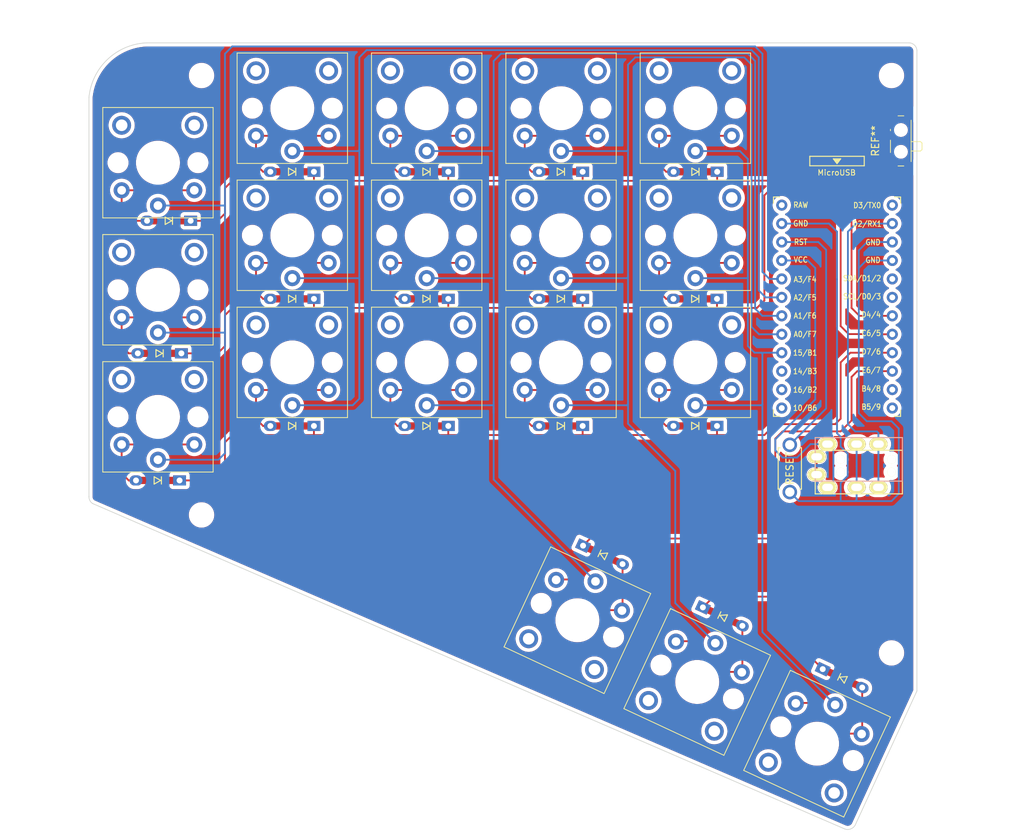
<source format=kicad_pcb>
(kicad_pcb (version 20211014) (generator pcbnew)
  (title_block (title "lukaz - 36 key, split, wireless keyboard - KWS36") (date "2022-04-03") (rev "1.0.0"))
  (layers (0 "F.Cu" signal) (31 "B.Cu" signal) (34 "B.Paste" user) (35 "F.Paste" user) (36 "B.SilkS" user "B.Silkscreen") (37 "F.SilkS" user "F.Silkscreen") (38 "B.Mask" user) (39 "F.Mask" user) (44 "Edge.Cuts" user))
  (net 0 "")
  (net 1 "VCC")
  (net 2 "unconnected-(J1-PadA)")
  (net 3 "data")
  (net 4 "GND")
  (net 5 "col0")
  (net 6 "row0")
  (net 7 "row1")
  (net 8 "row2")
  (net 9 "col1")
  (net 10 "col2")
  (net 11 "row3")
  (net 12 "col3")
  (net 13 "col4")
  (net 14 "reset")
  (net 24 "Net-(D1-Pad2)")
  (net 25 "Net-(D2-Pad2)")
  (net 26 "Net-(D3-Pad2)")
  (net 27 "Net-(D4-Pad2)")
  (net 28 "Net-(D5-Pad2)")
  (net 29 "Net-(D6-Pad2)")
  (net 30 "Net-(D7-Pad2)")
  (net 31 "Net-(D8-Pad2)")
  (net 32 "Net-(D9-Pad2)")
  (net 33 "Net-(D10-Pad2)")
  (net 34 "Net-(D11-Pad2)")
  (net 35 "Net-(D12-Pad2)")
  (net 36 "Net-(D13-Pad2)")
  (net 37 "Net-(D14-Pad2)")
  (net 38 "Net-(D15-Pad2)")
  (net 39 "Net-(D16-Pad2)")
  (net 40 "Net-(D17-Pad2)")
  (net 41 "Net-(D18-Pad2)")
  (footprint "Switch_Keyboard_Kailh:SW_Kailh_Choc_V1V2_1.00u_flippable" (layer "F.Cu") (at 187.75 131.5 -25)
    (fp_text reference "SW18" hide)
    (fp_text value "SW_PUSH" hide)
  )
  (footprint "kbd:D3_TH" (layer "F.Cu") (at 115.475 52.75 180)
    (fp_text reference "D4" hide)
    (fp_text value "D" hide)
  )
  (footprint "Switch_Keyboard_Kailh:SW_Kailh_Choc_V1V2_1.00u_flippable" (layer "F.Cu") (at 134 44 180)
    (fp_text reference "SW7" hide)
    (fp_text value "SW_PUSH" hide)
  )
  (footprint "kbd:D3_TH" (layer "F.Cu") (at 96.975 95.25 180)
    (fp_text reference "D3" hide)
    (fp_text value "D" hide)
  )
  (footprint "kbd:D3_TH" (layer "F.Cu") (at 115.475 70.25 180)
    (fp_text reference "D5" hide)
    (fp_text value "D" hide)
  )
  (footprint "Switch_Keyboard_Kailh:SW_Kailh_Choc_V1V2_1.00u_flippable" (layer "F.Cu") (at 115.5 61.5 180)
    (fp_text reference "SW5" hide)
    (fp_text value "SW_PUSH" hide)
  )
  (footprint "kbd:D3_TH" (layer "F.Cu") (at 133.975 87.75 180)
    (fp_text reference "D9" hide)
    (fp_text value "D" hide)
  )
  (footprint "Switch_Keyboard_Kailh:SW_Kailh_Choc_V1V2_1.00u_flippable" (layer "F.Cu") (at 115.5 44 180)
    (fp_text reference "SW4" hide)
    (fp_text value "SW_PUSH" hide)
  )
  (footprint "MountingHole:MountingHole_2.5mm" (layer "F.Cu") (at 198 119)
    (fp_text reference "REF**" hide)
    (fp_text value "MountingHole_2.5mm")
  )
  (footprint "kbd:D3_TH" (layer "F.Cu") (at 115.475 87.75 180)
    (fp_text reference "D6" hide)
    (fp_text value "D" hide)
  )
  (footprint "kbd:D3_TH" (layer "F.Cu") (at 170.975 87.75 180)
    (fp_text reference "D17" hide)
    (fp_text value "D" hide)
  )
  (footprint "Switch_Keyboard_Kailh:SW_Kailh_Choc_V1V2_1.00u_flippable" (layer "F.Cu") (at 171.25 123 -25)
    (fp_text reference "SW14" hide)
    (fp_text value "SW_PUSH" hide)
  )
  (footprint "kbd:D3_TH" (layer "F.Cu") (at 133.975 52.75 180)
    (fp_text reference "D7" hide)
    (fp_text value "D" hide)
  )
  (footprint "Switch_Keyboard_Kailh:SW_Kailh_Choc_V1V2_1.00u_flippable" (layer "F.Cu") (at 97 51.5 180)
    (fp_text reference "SW1" hide)
    (fp_text value "SW_PUSH" hide)
  )
  (footprint "kbd:D3_TH" (layer "F.Cu") (at 174.75 114 -25)
    (fp_text reference "D14" hide)
    (fp_text value "D" hide)
  )
  (footprint "Switch_Keyboard_Kailh:SW_Kailh_Choc_V1V2_1.00u_flippable" (layer "F.Cu") (at 97 69 180)
    (fp_text reference "SW2" hide)
    (fp_text value "SW_PUSH" hide)
  )
  (footprint "kbd:SW_SPDT_PCM12_flippable" (layer "F.Cu") (at 198.975 48.5 90)
    (fp_text reference "REF**")
    (fp_text value "SW_SPDT_PCM12_flippable")
  )
  (footprint "kbd:D3_TH" (layer "F.Cu") (at 97.225 77.75 180)
    (fp_text reference "D2" hide)
    (fp_text value "D" hide)
  )
  (footprint "kbd:ProMicro_v3" (layer "F.Cu") (at 190.5 71.825)
    (fp_text reference "U1" hide)
    (fp_text value "ProMicro" hide)
  )
  (footprint "kbd:ResetSW_1side" (layer "F.Cu") (at 184 93.6 90)
    (fp_text reference "SW19" hide)
    (fp_text value "SW_PUSH")
  )
  (footprint "kbd:D3_TH" (layer "F.Cu") (at 191.25 122.5 -25)
    (fp_text reference "D18" hide)
    (fp_text value "D" hide)
  )
  (footprint "Switch_Keyboard_Kailh:SW_Kailh_Choc_V1V2_1.00u_flippable" (layer "F.Cu") (at 171 44 180)
    (fp_text reference "SW15" hide)
    (fp_text value "SW_PUSH" hide)
  )
  (footprint "Switch_Keyboard_Kailh:SW_Kailh_Choc_V1V2_1.00u_flippable" (layer "F.Cu") (at 152.5 79 180)
    (fp_text reference "SW13" hide)
    (fp_text value "SW_PUSH" hide)
  )
  (footprint "Switch_Keyboard_Kailh:SW_Kailh_Choc_V1V2_1.00u_flippable" (layer "F.Cu") (at 171 61.5 180)
    (fp_text reference "SW16" hide)
    (fp_text value "SW_PUSH" hide)
  )
  (footprint "Switch_Keyboard_Kailh:SW_Kailh_Choc_V1V2_1.00u_flippable" (layer "F.Cu") (at 152.5 44 180)
    (fp_text reference "SW11" hide)
    (fp_text value "SW_PUSH" hide)
  )
  (footprint "kbd:D3_TH" (layer "F.Cu") (at 152.475 87.75 180)
    (fp_text reference "D13" hide)
    (fp_text value "D" hide)
  )
  (footprint "kbd:D3_TH" (layer "F.Cu") (at 152.475 70.25 180)
    (fp_text reference "D12" hide)
    (fp_text value "D" hide)
  )
  (footprint "kbd:MJ-4PP-9" (layer "F.Cu") (at 199.5 94.1 -90)
    (fp_text reference "J1" hide)
    (fp_text value "MJ-4PP-9" hide)
  )
  (footprint "kbd:D3_TH" (layer "F.Cu") (at 98.5 59.5 180)
    (fp_text reference "D1" hide)
    (fp_text value "D" hide)
  )
  (footprint "kbd:D3_TH" (layer "F.Cu") (at 152.475 52.75 180)
    (fp_text reference "D11" hide)
    (fp_text value "D" hide)
  )
  (footprint "Switch_Keyboard_Kailh:SW_Kailh_Choc_V1V2_1.00u_flippable" (layer "F.Cu") (at 154.75 114.5 -25)
    (fp_text reference "SW10" hide)
    (fp_text value "SW_PUSH" hide)
  )
  (footprint "MountingHole:MountingHole_2.5mm" (layer "F.Cu") (at 198 39.5)
    (fp_text reference "REF**" hide)
    (fp_text value "MountingHole_2.5mm")
  )
  (footprint "kbd:D3_TH" (layer "F.Cu") (at 171 52.75 180)
    (fp_text reference "D15" hide)
    (fp_text value "D" hide)
  )
  (footprint "Switch_Keyboard_Kailh:SW_Kailh_Choc_V1V2_1.00u_flippable" (layer "F.Cu") (at 134 79 180)
    (fp_text reference "SW9" hide)
    (fp_text value "SW_PUSH" hide)
  )
  (footprint "kbd:D3_TH" (layer "F.Cu") (at 158.25 105.5 -25)
    (fp_text reference "D10" hide)
    (fp_text value "D" hide)
  )
  (footprint "Switch_Keyboard_Kailh:SW_Kailh_Choc_V1V2_1.00u_flippable" (layer "F.Cu") (at 152.5 61.5 180)
    (fp_text reference "SW12" hide)
    (fp_text value "SW_PUSH" hide)
  )
  (footprint "MountingHole:MountingHole_2.5mm" (layer "F.Cu") (at 103 39.5)
    (fp_text reference "REF**" hide)
    (fp_text value "MountingHole_2.5mm")
  )
  (footprint "Switch_Keyboard_Kailh:SW_Kailh_Choc_V1V2_1.00u_flippable" (layer "F.Cu") (at 171 79 180)
    (fp_text reference "SW17" hide)
    (fp_text value "SW_PUSH" hide)
  )
  (footprint "kbd:D3_TH" (layer "F.Cu") (at 170.975 70.25 180)
    (fp_text reference "D16" hide)
    (fp_text value "D" hide)
  )
  (footprint "kbd:D3_TH" (layer "F.Cu") (at 133.975 70.25 180)
    (fp_text reference "D8" hide)
    (fp_text value "D" hide)
  )
  (footprint "Switch_Keyboard_Kailh:SW_Kailh_Choc_V1V2_1.00u_flippable" (layer "F.Cu") (at 134 61.5 180)
    (fp_text reference "SW8" hide)
    (fp_text value "SW_PUSH" hide)
  )
  (footprint "Switch_Keyboard_Kailh:SW_Kailh_Choc_V1V2_1.00u_flippable" (layer "F.Cu") (at 115.5 79 180)
    (fp_text reference "SW6" hide)
    (fp_text value "SW_PUSH" hide)
  )
  (footprint "MountingHole:MountingHole_2.5mm" (layer "F.Cu") (at 103 100)
    (fp_text reference "REF**" hide)
    (fp_text value "MountingHole_2.5mm")
  )
  (footprint "Switch_Keyboard_Kailh:SW_Kailh_Choc_V1V2_1.00u_flippable" (layer "F.Cu") (at 97 86.5 180)
    (fp_text reference "SW3" hide)
    (fp_text value "SW_PUSH" hide)
  )
  (gr_arc (start 193 142.713331) (mid 192.345556 143.25) (end 191.5 143.213331) (layer "Edge.Cuts") (width 0.1))
  (gr_arc (start 87.500001 42.5) (mid 90.08918 37.245125) (end 95.5 35) (layer "Edge.Cuts") (width 0.1))
  (gr_arc (start 200.396447 35) (mid 201.176922 35.323078) (end 201.5 36.103553) (layer "Edge.Cuts") (width 0.1))
  (gr_line (start 95.5 35) (end 181 35) (layer "Edge.Cuts") (width 0.1))
  (gr_line (start 201.5 124.25) (end 193 142.713331) (layer "Edge.Cuts") (width 0.1))
  (gr_line (start 181 35) (end 186 35) (layer "Edge.Cuts") (width 0.1))
  (gr_line (start 201.5 36.103553) (end 201.5 124.25) (layer "Edge.Cuts") (width 0.1))
  (gr_arc (start 88 98.432581) (mid 87.615162 98) (end 87.5 97.432581) (layer "Edge.Cuts") (width 0.1))
  (gr_line (start 191.5 143.213331) (end 88 98.432581) (layer "Edge.Cuts") (width 0.1))
  (gr_line (start 186 35) (end 200.396447 35) (layer "Edge.Cuts") (width 0.1))
  (gr_line (start 87.5 97.5) (end 87.5 42.5) (layer "Edge.Cuts") (width 0.1))
  (segment (start 186.85 90.25) (end 189.2 90.25) (width 0.25) (layer "B.Cu") (net 1))
  (segment (start 187.5 66) (end 187.5 84.1) (width 0.25) (layer "B.Cu") (net 1))
  (segment (start 182.8914 64.967) (end 186.467 64.967) (width 0.25) (layer "B.Cu") (net 1))
  (segment (start 182 91.1) (end 183 92.1) (width 0.25) (layer "B.Cu") (net 1))
  (segment (start 183 92.1) (end 185 92.1) (width 0.25) (layer "B.Cu") (net 1))
  (segment (start 187.5 84.1) (end 182 89.6) (width 0.25) (layer "B.Cu") (net 1))
  (segment (start 190 95.4) (end 189.2 96.2) (width 0.25) (layer "B.Cu") (net 1))
  (segment (start 190 91.05) (end 190 95.4) (width 0.25) (layer "B.Cu") (net 1))
  (segment (start 186.467 64.967) (end 187.5 66) (width 0.25) (layer "B.Cu") (net 1))
  (segment (start 189.02452 95.52548) (end 189 95.55) (width 0.25) (layer "B.Cu") (net 1))
  (segment (start 182 89.6) (end 182 91.1) (width 0.25) (layer "B.Cu") (net 1))
  (segment (start 185 92.1) (end 186.85 90.25) (width 0.25) (layer "B.Cu") (net 1))
  (segment (start 189.2 90.25) (end 190 91.05) (width 0.25) (layer "B.Cu") (net 1))
  (segment (start 187.7 92) (end 187.7 94.45) (width 0.25) (layer "F.Cu") (net 2))
  (segment (start 196.2 90.25) (end 196.2 88.7) (width 0.25) (layer "B.Cu") (net 3))
  (segment (start 192 87.5) (end 192 61) (width 0.25) (layer "B.Cu") (net 3))
  (segment (start 193 88.5) (end 192 87.5) (width 0.25) (layer "B.Cu") (net 3))
  (segment (start 196.2 96.2) (end 196.2 90.25) (width 0.25) (layer "B.Cu") (net 3))
  (segment (start 196 88.5) (end 193 88.5) (width 0.25) (layer "B.Cu") (net 3))
  (segment (start 196.2 88.7) (end 196 88.5) (width 0.25) (layer "B.Cu") (net 3))
  (segment (start 193.113 59.887) (end 198.1114 59.887) (width 0.25) (layer "B.Cu") (net 3))
  (segment (start 192 61) (end 193.113 59.887) (width 0.25) (layer "B.Cu") (net 3))
  (segment (start 193.5 86) (end 193.5 66) (width 0.25) (layer "B.Cu") (net 4))
  (segment (start 185.25 98.1) (end 190 98.1) (width 0.25) (layer "B.Cu") (net 4))
  (segment (start 193.2 93.3) (end 193.2 96.2) (width 0.25) (layer "B.Cu") (net 4))
  (segment (start 191 98.1) (end 191 95.6) (width 0.25) (layer "B.Cu") (net 4))
  (segment (start 191 90.6) (end 191 89.25) (width 0.25) (layer "B.Cu") (net 4))
  (segment (start 182.8914 59.887) (end 189.387 59.887) (width 0.25) (layer "B.Cu") (net 4))
  (segment (start 184 96.85) (end 185.25 98.1) (width 0.25) (layer "B.Cu") (net 4))
  (segment (start 190.5 61) (end 190.5 67.6) (width 0.25) (layer "B.Cu") (net 4))
  (segment (start 189.387 59.887) (end 190.5 61) (width 0.25) (layer "B.Cu") (net 4))
  (segment (start 198 98.1) (end 199 97.1) (width 0.25) (layer "B.Cu") (net 4))
  (segment (start 191.974521 94.625479) (end 191.974521 91.574521) (width 0.25) (layer "B.Cu") (net 4))
  (segment (start 194.646 62.427) (end 198.1114 62.427) (width 0.25) (layer "B.Cu") (net 4))
  (segment (start 193.2 96.2) (end 193.2 97.9) (width 0.25) (layer "B.Cu") (net 4))
  (segment (start 191.974521 91.574521) (end 191 90.6) (width 0.25) (layer "B.Cu") (net 4))
  (segment (start 193.2 97.9) (end 193 98.1) (width 0.25) (layer "B.Cu") (net 4))
  (segment (start 199 88.1) (end 198 87.1) (width 0.25) (layer "B.Cu") (net 4))
  (segment (start 199 97.1) (end 199 88.1) (width 0.25) (layer "B.Cu") (net 4))
  (segment (start 194.533 64.967) (end 198.1114 64.967) (width 0.25) (layer "B.Cu") (net 4))
  (segment (start 193 98.1) (end 198 98.1) (width 0.25) (layer "B.Cu") (net 4))
  (segment (start 193.5 63.573) (end 194.646 62.427) (width 0.25) (layer "B.Cu") (net 4))
  (segment (start 193.5 66) (end 193.5 63.573) (width 0.25) (layer "B.Cu") (net 4))
  (segment (start 191 98.1) (end 193 98.1) (width 0.25) (layer "B.Cu") (net 4))
  (segment (start 198 87.1) (end 194.6 87.1) (width 0.25) (layer "B.Cu") (net 4))
  (segment (start 193.2 90.25) (end 193.2 93.3) (width 0.25) (layer "B.Cu") (net 4))
  (segment (start 193.5 66) (end 194.533 64.967) (width 0.25) (layer "B.Cu") (net 4))
  (segment (start 191 89.25) (end 190.5 88.75) (width 0.25) (layer "B.Cu") (net 4))
  (segment (start 190.5 88.75) (end 190.5 67.5) (width 0.25) (layer "B.Cu") (net 4))
  (segment (start 190 98.1) (end 191 98.1) (width 0.25) (layer "B.Cu") (net 4))
  (segment (start 191 95.6) (end 191.974521 94.625479) (width 0.25) (layer "B.Cu") (net 4))
  (segment (start 194.6 87.1) (end 193.5 86) (width 0.25) (layer "B.Cu") (net 4))
  (segment (start 106.225 91.5) (end 106.225 75) (width 0.25) (layer "B.Cu") (net 5))
  (segment (start 106.225 75) (end 106.225 74.5) (width 0.25) (layer "B.Cu") (net 5))
  (segment (start 105.325 92.4) (end 106.225 91.5) (width 0.25) (layer "B.Cu") (net 5))
  (segment (start 180.225 36.5) (end 180.225 66.5375) (width 0.25) (layer "B.Cu") (net 5))
  (segment (start 97 92.4) (end 105.325 92.4) (width 0.25) (layer "B.Cu") (net 5))
  (segment (start 106.225 57.5) (end 106.225 36.5) (width 0.25) (layer "B.Cu") (net 5))
  (segment (start 106.225 36.5) (end 107.225 35.5) (width 0.25) (layer "B.Cu") (net 5))
  (segment (start 106.125 57.4) (end 106.225 57.5) (width 0.25) (layer "B.Cu") (net 5))
  (segment (start 107.225 35.5) (end 179.225 35.5) (width 0.25) (layer "B.Cu") (net 5))
  (segment (start 181.1945 67.507) (end 182.8914 67.507) (width 0.25) (layer "B.Cu") (net 5))
  (segment (start 106.225 57.5) (end 106.225 58) (width 0.25) (layer "B.Cu") (net 5))
  (segment (start 97 57.4) (end 106.125 57.4) (width 0.25) (layer "B.Cu") (net 5))
  (segment (start 180.225 66.5375) (end 181.1945 67.507) (width 0.25) (layer "B.Cu") (net 5))
  (segment (start 97 74.9) (end 106.125 74.9) (width 0.25) (layer "B.Cu") (net 5))
  (segment (start 179.225 35.5) (end 180.225 36.5) (width 0.25) (layer "B.Cu") (net 5))
  (segment (start 106.125 74.9) (end 106.225 75) (width 0.25) (layer "B.Cu") (net 5))
  (segment (start 106.225 58) (end 106.225 74.5) (width 0.25) (layer "B.Cu") (net 5))
  (segment (start 118.475 54) (end 118.475 52.75) (width 0.25) (layer "F.Cu") (net 6))
  (segment (start 173.975 54) (end 174 53.975) (width 0.25) (layer "F.Cu") (net 6))
  (segment (start 155.475 54) (end 173.975 54) (width 0.25) (layer "F.Cu") (net 6))
  (segment (start 192.5 55) (end 192.5 71.5) (width 0.25) (layer "F.Cu") (net 6))
  (segment (start 118.475 54) (end 136.975 54) (width 0.25) (layer "F.Cu") (net 6))
  (segment (start 191.475 53.975) (end 192.5 55) (width 0.25) (layer "F.Cu") (net 6))
  (segment (start 174 53.975) (end 191.475 53.975) (width 0.25) (layer "F.Cu") (net 6))
  (segment (start 193.587 72.587) (end 198.1114 72.587) (width 0.25) (layer "F.Cu") (net 6))
  (segment (start 101.5 59.5) (end 105.225 59.5) (width 0.25) (layer "F.Cu") (net 6))
  (segment (start 107.225 54) (end 118.475 54) (width 0.25) (layer "F.Cu") (net 6))
  (segment (start 191.5 54) (end 192.5 55) (width 0.25) (layer "F.Cu") (net 6))
  (segment (start 105.225 59.5) (end 106.225 58.5) (width 0.25) (layer "F.Cu") (net 6))
  (segment (start 106.225 55) (end 107.225 54) (width 0.25) (layer "F.Cu") (net 6))
  (segment (start 155.475 54) (end 155.475 52.75) (width 0.25) (layer "F.Cu") (net 6))
  (segment (start 174 53.975) (end 174 52.75) (width 0.25) (layer "F.Cu") (net 6))
  (segment (start 192.5 71.5) (end 193.587 72.587) (width 0.25) (layer "F.Cu") (net 6))
  (segment (start 136.975 54) (end 155.475 54) (width 0.25) (layer "F.Cu") (net 6))
  (segment (start 136.975 54) (end 136.975 52.75) (width 0.25) (layer "F.Cu") (net 6))
  (segment (start 106.225 58.5) (end 106.225 55) (width 0.25) (layer "F.Cu") (net 6))
  (segment (start 118.475 71.5) (end 118.475 70.25) (width 0.25) (layer "F.Cu") (net 7))
  (segment (start 100.225 77.75) (end 105.225 77.75) (width 0.25) (layer "F.Cu") (net 7))
  (segment (start 179.475 71.5) (end 180.5 70.475) (width 0.25) (layer "F.Cu") (net 7))
  (segment (start 192.1 75.1) (end 196 75.1) (width 0.25) (layer "F.Cu") (net 7))
  (segment (start 191 74) (end 192.1 75.1) (width 0.25) (layer "F.Cu") (net 7))
  (segment (start 180.5 56) (end 181.5 55) (width 0.25) (layer "F.Cu") (net 7))
  (segment (start 155.475 71.5) (end 173.975 71.5) (width 0.25) (layer "F.Cu") (net 7))
  (segment (start 196 75.1) (end 196.027 75.127) (width 0.25) (layer "F.Cu") (net 7))
  (segment (start 118.475 71.5) (end 136.975 71.5) (width 0.25) (layer "F.Cu") (net 7))
  (segment (start 191 56) (end 191 74) (width 0.25) (layer "F.Cu") (net 7))
  (segment (start 180.5 56) (end 180.5 70.475) (width 0.25) (layer "F.Cu") (net 7))
  (segment (start 181.5 55) (end 190 55) (width 0.25) (layer "F.Cu") (net 7))
  (segment (start 107.225 71.5) (end 118.475 71.5) (width 0.25) (layer "F.Cu") (net 7))
  (segment (start 173.975 71.5) (end 179.475 71.5) (width 0.25) (layer "F.Cu") (net 7))
  (segment (start 173.975 71.5) (end 173.975 70.25) (width 0.25) (layer "F.Cu") (net 7))
  (segment (start 106.225 76.75) (end 106.225 72.5) (width 0.25) (layer "F.Cu") (net 7))
  (segment (start 196.027 75.127) (end 198.1114 75.127) (width 0.25) (layer "F.Cu") (net 7))
  (segment (start 136.975 71.5) (end 136.975 70.25) (width 0.25) (layer "F.Cu") (net 7))
  (segment (start 136.975 71.5) (end 155.475 71.5) (width 0.25) (layer "F.Cu") (net 7))
  (segment (start 106.225 72.5) (end 107.225 71.5) (width 0.25) (layer "F.Cu") (net 7))
  (segment (start 190 55) (end 191 56) (width 0.25) (layer "F.Cu") (net 7))
  (segment (start 155.475 71.5) (end 155.475 70.25) (width 0.25) (layer "F.Cu") (net 7))
  (segment (start 105.225 77.75) (end 106.225 76.75) (width 0.25) (layer "F.Cu") (net 7))
  (segment (start 191 86.75) (end 191 79) (width 0.25) (layer "F.Cu") (net 8))
  (segment (start 155.475 89) (end 173.975 89) (width 0.25) (layer "F.Cu") (net 8))
  (segment (start 155.475 89) (end 155.475 87.75) (width 0.25) (layer "F.Cu") (net 8))
  (segment (start 180.5 89) (end 182 87.5) (width 0.25) (layer "F.Cu") (net 8))
  (segment (start 99.975 95.25) (end 105.225 95.25) (width 0.25) (layer "F.Cu") (net 8))
  (segment (start 192.333 77.667) (end 198.1114 77.667) (width 0.25) (layer "F.Cu") (net 8))
  (segment (start 107.225 89) (end 118.475 89) (width 0.25) (layer "F.Cu") (net 8))
  (segment (start 118.475 89) (end 136.975 89) (width 0.25) (layer "F.Cu") (net 8))
  (segment (start 118.475 89) (end 118.475 87.75) (width 0.25) (layer "F.Cu") (net 8))
  (segment (start 106.225 94.25) (end 106.225 90) (width 0.25) (layer "F.Cu") (net 8))
  (segment (start 136.975 89) (end 155.475 89) (width 0.25) (layer "F.Cu") (net 8))
  (segment (start 105.225 95.25) (end 106.225 94.25) (width 0.25) (layer "F.Cu") (net 8))
  (segment (start 191 79) (end 192.333 77.667) (width 0.25) (layer "F.Cu") (net 8))
  (segment (start 136.975 89) (end 136.975 87.75) (width 0.25) (layer "F.Cu") (net 8))
  (segment (start 173.975 89) (end 180.5 89) (width 0.25) (layer "F.Cu") (net 8))
  (segment (start 173.975 89) (end 173.975 87.75) (width 0.25) (layer "F.Cu") (net 8))
  (segment (start 190.25 87.5) (end 191 86.75) (width 0.25) (layer "F.Cu") (net 8))
  (segment (start 182 87.5) (end 190.25 87.5) (width 0.25) (layer "F.Cu") (net 8))
  (segment (start 106.225 90) (end 107.225 89) (width 0.25) (layer "F.Cu") (net 8))
  (segment (start 115.5 67.4) (end 124.625 67.4) (width 0.25) (layer "B.Cu") (net 9))
  (segment (start 124.725 49.75) (end 124.725 50.5) (width 0.25) (layer "B.Cu") (net 9))
  (segment (start 179.725 37) (end 179.725 69.1) (width 0.25) (layer "B.Cu") (net 9))
  (segment (start 123.825 84.9) (end 124.725 84) (width 0.25) (layer "B.Cu") (net 9))
  (segment (start 124.575 49.9) (end 124.725 49.75) (width 0.25) (layer "B.Cu") (net 9))
  (segment (start 178.725 36) (end 179.725 37) (width 0.25) (layer "B.Cu") (net 9))
  (segment (start 179.725 69.1) (end 180.672 70.047) (width 0.25) (layer "B.Cu") (net 9))
  (segment (start 124.725 37) (end 125.725 36) (width 0.25) (layer "B.Cu") (net 9))
  (segment (start 124.625 67.4) (end 124.725 67.5) (width 0.25) (layer "B.Cu") (net 9))
  (segment (start 180.672 70.047) (end 182.8914 70.047) (width 0.25) (layer "B.Cu") (net 9))
  (segment (start 124.725 67.5) (end 124.725 50.5) (width 0.25) (layer "B.Cu") (net 9))
  (segment (start 124.725 84) (end 124.725 67.5) (width 0.25) (layer "B.Cu") (net 9))
  (segment (start 124.725 49.75) (end 124.725 37) (width 0.25) (layer "B.Cu") (net 9))
  (segment (start 115.5 84.9) (end 123.825 84.9) (width 0.25) (layer "B.Cu") (net 9))
  (segment (start 125.725 36) (end 178.725 36) (width 0.25) (layer "B.Cu") (net 9))
  (segment (start 115.5 49.9) (end 124.575 49.9) (width 0.25) (layer "B.Cu") (net 9))
  (segment (start 179.225 37.5) (end 179.225 71.6) (width 0.25) (layer "B.Cu") (net 10))
  (segment (start 143.225 84.5) (end 143.225 85) (width 0.25) (layer "B.Cu") (net 10))
  (segment (start 134 49.9) (end 143.125 49.9) (width 0.25) (layer "B.Cu") (net 10))
  (segment (start 143.225 50) (end 143.225 50.5) (width 0.25) (layer "B.Cu") (net 10))
  (segment (start 143.225 67.5) (end 143.225 68) (width 0.25) (layer "B.Cu") (net 10))
  (segment (start 134 84.9) (end 143.125 84.9) (width 0.25) (layer "B.Cu") (net 10))
  (segment (start 143.225 50) (end 143.225 37.5) (width 0.25) (layer "B.Cu") (net 10))
  (segment (start 144.225 36.5) (end 178.225 36.5) (width 0.25) (layer "B.Cu") (net 10))
  (segment (start 143.225 50.5) (end 143.225 67) (width 0.25) (layer "B.Cu") (net 10))
  (segment (start 179.225 71.6) (end 180.212 72.587) (width 0.25) (layer "B.Cu") (net 10))
  (segment (start 134 67.4) (end 143.125 67.4) (width 0.25) (layer "B.Cu") (net 10))
  (segment (start 143.225 85.275) (end 143.225 85) (width 0.25) (layer "B.Cu") (net 10))
  (segment (start 143.225 95.134336) (end 157.243448 109.152784) (width 0.25) (layer "B.Cu") (net 10))
  (segment (start 143.125 67.4) (end 143.225 67.5) (width 0.25) (layer "B.Cu") (net 10))
  (segment (start 180.212 72.587) (end 182.8914 72.587) (width 0.25) (layer "B.Cu") (net 10))
  (segment (start 143.125 49.9) (end 143.225 50) (width 0.25) (layer "B.Cu") (net 10))
  (segment (start 143.225 86) (end 143.225 85.275) (width 0.25) (layer "B.Cu") (net 10))
  (segment (start 143.225 37.5) (end 144.225 36.5) (width 0.25) (layer "B.Cu") (net 10))
  (segment (start 143.225 68) (end 143.225 84.5) (width 0.25) (layer "B.Cu") (net 10))
  (segment (start 143.125 84.9) (end 143.225 85) (width 0.25) (layer "B.Cu") (net 10))
  (segment (start 143.225 85.275) (end 143.225 95.134336) (width 0.25) (layer "B.Cu") (net 10))
  (segment (start 178.225 36.5) (end 179.225 37.5) (width 0.25) (layer "B.Cu") (net 10))
  (segment (start 143.225 67) (end 143.225 67.5) (width 0.25) (layer "B.Cu") (net 10))
  (segment (start 173.5 111.25) (end 182 111.25) (width 0.25) (layer "F.Cu") (net 11))
  (segment (start 192.5 87) (end 191 88.5) (width 0.25) (layer "F.Cu") (net 11))
  (segment (start 156.513222 103.25) (end 182 103.25) (width 0.25) (layer "F.Cu") (net 11))
  (segment (start 198.1114 80.207) (end 194.707 80.207) (width 0.25) (layer "F.Cu") (net 11))
  (segment (start 173.5 111.263222) (end 173.5 111.25) (width 0.25) (layer "F.Cu") (net 11))
  (segment (start 182 89.5) (end 182 103.25) (width 0.25) (layer "F.Cu") (net 11))
  (segment (start 194.707 80.207) (end 194.607 80.207) (width 0.25) (layer "F.Cu") (net 11))
  (segment (start 182 111.25) (end 182 114.701068) (width 0.25) (layer "F.Cu") (net 11))
  (segment (start 192.5 81) (end 192.5 87) (width 0.25) (layer "F.Cu") (net 11))
  (segment (start 182 114.701068) (end 188.531077 121.232145) (width 0.25) (layer "F.Cu") (net 11))
  (segment (start 182 103.25) (end 182 111.25) (width 0.25) (layer "F.Cu") (net 11))
  (segment (start 191 88.5) (end 183 88.5) (width 0.25) (layer "F.Cu") (net 11))
  (segment (start 155.531077 104.232145) (end 156.513222 103.25) (width 0.25) (layer "F.Cu") (net 11))
  (segment (start 193.293 80.207) (end 192.5 81) (width 0.25) (layer "F.Cu") (net 11))
  (segment (start 183 88.5) (end 182 89.5) (width 0.25) (layer "F.Cu") (net 11))
  (segment (start 172.031077 112.732145) (end 173.5 111.263222) (width 0.25) (layer "F.Cu") (net 11))
  (segment (start 194.707 80.207) (end 193.293 80.207) (width 0.25) (layer "F.Cu") (net 11))
  (segment (start 161.725 67) (end 161.725 67.25) (width 0.25) (layer "B.Cu") (net 12))
  (segment (start 179.752 75.127) (end 182.8914 75.127) (width 0.25) (layer "B.Cu") (net 12))
  (segment (start 161.725 67.25) (end 161.725 84.5) (width 0.25) (layer "B.Cu") (net 12))
  (segment (start 178.725 38) (end 178.725 74.1) (width 0.25) (layer "B.Cu") (net 12))
  (segment (start 161.575 49.9) (end 161.725 49.75) (width 0.25) (layer "B.Cu") (net 12))
  (segment (start 161.725 87.45) (end 168.225 93.95) (width 0.25) (layer "B.Cu") (net 12))
  (segment (start 152.5 67.4) (end 161.575 67.4) (width 0.25) (layer "B.Cu") (net 12))
  (segment (start 178.725 74.1) (end 179.752 75.127) (width 0.25) (layer "B.Cu") (net 12))
  (segment (start 161.725 49.75) (end 161.725 38) (width 0.25) (layer "B.Cu") (net 12))
  (segment (start 162.725 37) (end 177.725 37) (width 0.25) (layer "B.Cu") (net 12))
  (segment (start 161.575 84.9) (end 161.725 84.75) (width 0.25) (layer "B.Cu") (net 12))
  (segment (start 152.5 84.9) (end 161.575 84.9) (width 0.25) (layer "B.Cu") (net 12))
  (segment (start 168.225 112.134336) (end 173.743448 117.652784) (width 0.25) (layer "B.Cu") (net 12))
  (segment (start 161.725 38) (end 162.725 37) (width 0.25) (layer "B.Cu") (net 12))
  (segment (start 152.5 49.9) (end 161.575 49.9) (width 0.25) (layer "B.Cu") (net 12))
  (segment (start 168.225 93.95) (end 168.225 112.134336) (width 0.25) (layer "B.Cu") (net 12))
  (segment (start 161.725 49.75) (end 161.725 50.5) (width 0.25) (layer "B.Cu") (net 12))
  (segment (start 161.575 67.4) (end 161.725 67.25) (width 0.25) (layer "B.Cu") (net 12))
  (segment (start 161.725 50.5) (end 161.725 67) (width 0.25) (layer "B.Cu") (net 12))
  (segment (start 177.725 37) (end 178.725 38) (width 0.25) (layer "B.Cu") (net 12))
  (segment (start 161.725 84.75) (end 161.725 87.45) (width 0.25) (layer "B.Cu") (net 12))
  (segment (start 161.725 84.5) (end 161.725 84.75) (width 0.25) (layer "B.Cu") (net 12))
  (segment (start 171 84.9) (end 180.075 84.9) (width 0.25) (layer "B.Cu") (net 13))
  (segment (start 179.142 77.667) (end 178.725 77.25) (width 0.25) (layer "B.Cu") (net 13))
  (segment (start 180.225 116.134336) (end 180.225 84.75) (width 0.25) (layer "B.Cu") (net 13))
  (segment (start 171 49.9) (end 177.125 49.9) (width 0.25) (layer "B.Cu") (net 13))
  (segment (start 182.8914 77.667) (end 181.158 77.667) (width 0.25) (layer "B.Cu") (net 13))
  (segment (start 178.225 51) (end 178.225 67.3) (width 0.25) (layer "B.Cu") (net 13))
  (segment (start 178.225 67.3) (end 178.225 76.75) (width 0.25) (layer "B.Cu") (net 13))
  (segment (start 178.125 67.4) (end 171 67.4) (width 0.25) (layer "B.Cu") (net 13))
  (segment (start 177.125 49.9) (end 178.225 51) (width 0.25) (layer "B.Cu") (net 13))
  (segment (start 178.225 76.75) (end 178.725 77.25) (width 0.25) (layer "B.Cu") (net 13))
  (segment (start 190.243448 126.152784) (end 180.225 116.134336) (width 0.25) (layer "B.Cu") (net 13))
  (segment (start 180.058 77.667) (end 179.142 77.667) (width 0.25) (layer "B.Cu") (net 13))
  (segment (start 180.075 84.9) (end 180.225 84.75) (width 0.25) (layer "B.Cu") (net 13))
  (segment (start 178.225 67.3) (end 178.125 67.4) (width 0.25) (layer "B.Cu") (net 13))
  (segment (start 180.225 84.75) (end 180.225 77.834) (width 0.25) (layer "B.Cu") (net 13))
  (segment (start 181.158 77.667) (end 180.058 77.667) (width 0.25) (layer "B.Cu") (net 13))
  (segment (start 180.225 77.834) (end 180.058 77.667) (width 0.25) (layer "B.Cu") (net 13))
  (segment (start 189 63.5) (end 189 85.35) (width 0.25) (layer "B.Cu") (net 14))
  (segment (start 187.927 62.427) (end 189 63.5) (width 0.25) (layer "B.Cu") (net 14))
  (segment (start 182.8914 62.427) (end 187.927 62.427) (width 0.25) (layer "B.Cu") (net 14))
  (segment (start 189 85.35) (end 184 90.35) (width 0.25) (layer "B.Cu") (net 14))
  (segment (start 92 55.3) (end 102 55.3) (width 0.25) (layer "F.Cu") (net 24))
  (segment (start 92 55.3) (end 92 58.775) (width 0.25) (layer "F.Cu") (net 24))
  (segment (start 92.725 59.5) (end 95.5 59.5) (width 0.25) (layer "F.Cu") (net 24))
  (segment (start 92 58.775) (end 92.725 59.5) (width 0.25) (layer "F.Cu") (net 24))
  (segment (start 92 76.775) (end 92.975 77.75) (width 0.25) (layer "F.Cu") (net 25))
  (segment (start 92 72.8) (end 92 76.775) (width 0.25) (layer "F.Cu") (net 25))
  (segment (start 102 72.8) (end 92 72.8) (width 0.25) (layer "F.Cu") (net 25))
  (segment (start 92.975 77.75) (end 94.225 77.75) (width 0.25) (layer "F.Cu") (net 25))
  (segment (start 102 90.3) (end 92 90.3) (width 0.25) (layer "F.Cu") (net 26))
  (segment (start 92 94.275) (end 92.975 95.25) (width 0.25) (layer "F.Cu") (net 26))
  (segment (start 92 90.3) (end 92 94.275) (width 0.25) (layer "F.Cu") (net 26))
  (segment (start 92.975 95.25) (end 93.975 95.25) (width 0.25) (layer "F.Cu") (net 26))
  (segment (start 110.5 47.8) (end 110.5 51.775) (width 0.25) (layer "F.Cu") (net 27))
  (segment (start 120.5 47.8) (end 110.5 47.8) (width 0.25) (layer "F.Cu") (net 27))
  (segment (start 111.475 52.75) (end 112.475 52.75) (width 0.25) (layer "F.Cu") (net 27))
  (segment (start 110.5 51.775) (end 111.475 52.75) (width 0.25) (layer "F.Cu") (net 27))
  (segment (start 110.5 69.275) (end 111.475 70.25) (width 0.25) (layer "F.Cu") (net 28))
  (segment (start 111.475 70.25) (end 112.475 70.25) (width 0.25) (layer "F.Cu") (net 28))
  (segment (start 110.5 65.3) (end 110.5 69.275) (width 0.25) (layer "F.Cu") (net 28))
  (segment (start 110.5 65.3) (end 120.5 65.3) (width 0.25) (layer "F.Cu") (net 28))
  (segment (start 110.5 82.8) (end 110.5 86.775) (width 0.25) (layer "F.Cu") (net 29))
  (segment (start 110.5 82.8) (end 120.5 82.8) (width 0.25) (layer "F.Cu") (net 29))
  (segment (start 111.475 87.75) (end 112.475 87.75) (width 0.25) (layer "F.Cu") (net 29))
  (segment (start 110.5 86.775) (end 111.475 87.75) (width 0.25) (layer "F.Cu") (net 29))
  (segment (start 129.975 52.75) (end 130.975 52.75) (width 0.25) (layer "F.Cu") (net 30))
  (segment (start 139 47.8) (end 129 47.8) (width 0.25) (layer "F.Cu") (net 30))
  (segment (start 129 51.775) (end 129.975 52.75) (width 0.25) (layer "F.Cu") (net 30))
  (segment (start 129 47.8) (end 129 51.775) (width 0.25) (layer "F.Cu") (net 30))
  (segment (start 129 65.3) (end 129 69.275) (width 0.25) (layer "F.Cu") (net 31))
  (segment (start 129.975 70.25) (end 130.975 70.25) (width 0.25) (layer "F.Cu") (net 31))
  (segment (start 139 65.3) (end 129 65.3) (width 0.25) (layer "F.Cu") (net 31))
  (segment (start 129 69.275) (end 129.975 70.25) (width 0.25) (layer "F.Cu") (net 31))
  (segment (start 129 82.8) (end 129 86.775) (width 0.25) (layer "F.Cu") (net 32))
  (segment (start 139 82.8) (end 129 82.8) (width 0.25) (layer "F.Cu") (net 32))
  (segment (start 129.975 87.75) (end 130.975 87.75) (width 0.25) (layer "F.Cu") (net 32))
  (segment (start 129 86.775) (end 129.975 87.75) (width 0.25) (layer "F.Cu") (net 32))
  (segment (start 160.968923 106.767855) (end 160.968923 113.087687) (width 0.25) (layer "F.Cu") (net 33))
  (segment (start 158.363091 113.113091) (end 160.856457 113.113091) (width 0.25) (layer "F.Cu") (net 33))
  (segment (start 160.968923 113.087687) (end 160.887488 113.169122) (width 0.25) (layer "F.Cu") (net 33))
  (segment (start 151.793379 108.886908) (end 154.136908 108.886908) (width 0.25) (layer "F.Cu") (net 33))
  (segment (start 154.136908 108.886908) (end 158.363091 113.113091) (width 0.25) (layer "F.Cu") (net 33))
  (segment (start 148.475 52.75) (end 149.475 52.75) (width 0.25) (layer "F.Cu") (net 34))
  (segment (start 147.5 51.775) (end 148.475 52.75) (width 0.25) (layer "F.Cu") (net 34))
  (segment (start 157.5 47.8) (end 147.5 47.8) (width 0.25) (layer "F.Cu") (net 34))
  (segment (start 147.5 47.8) (end 147.5 51.775) (width 0.25) (layer "F.Cu") (net 34))
  (segment (start 157.5 65.3) (end 147.5 65.3) (width 0.25) (layer "F.Cu") (net 35))
  (segment (start 147.5 69.275) (end 148.475 70.25) (width 0.25) (layer "F.Cu") (net 35))
  (segment (start 148.475 70.25) (end 149.475 70.25) (width 0.25) (layer "F.Cu") (net 35))
  (segment (start 147.5 65.3) (end 147.5 69.275) (width 0.25) (layer "F.Cu") (net 35))
  (segment (start 148.475 87.75) (end 149.475 87.75) (width 0.25) (layer "F.Cu") (net 36))
  (segment (start 157.5 82.8) (end 147.5 82.8) (width 0.25) (layer "F.Cu") (net 36))
  (segment (start 147.5 82.8) (end 147.5 86.775) (width 0.25) (layer "F.Cu") (net 36))
  (segment (start 147.5 86.775) (end 148.475 87.75) (width 0.25) (layer "F.Cu") (net 36))
  (segment (start 177.468923 121.587687) (end 177.387488 121.669122) (width 0.25) (layer "F.Cu") (net 37))
  (segment (start 168.293379 117.386908) (end 170.386908 117.386908) (width 0.25) (layer "F.Cu") (net 37))
  (segment (start 177.468923 115.267855) (end 177.468923 121.587687) (width 0.25) (layer "F.Cu") (net 37))
  (segment (start 170.386908 117.386908) (end 174.613091 121.613091) (width 0.25) (layer "F.Cu") (net 37))
  (segment (start 174.613091 121.613091) (end 177.356457 121.613091) (width 0.25) (layer "F.Cu") (net 37))
  (segment (start 166 51.775) (end 166.975 52.75) (width 0.25) (layer "F.Cu") (net 38))
  (segment (start 166 47.8) (end 176 47.8) (width 0.25) (layer "F.Cu") (net 38))
  (segment (start 166.975 52.75) (end 168 52.75) (width 0.25) (layer "F.Cu") (net 38))
  (segment (start 166 47.8) (end 166 51.775) (width 0.25) (layer "F.Cu") (net 38))
  (segment (start 166.975 70.25) (end 167.975 70.25) (width 0.25) (layer "F.Cu") (net 39))
  (segment (start 166 65.3) (end 166 69.275) (width 0.25) (layer "F.Cu") (net 39))
  (segment (start 166 69.275) (end 166.975 70.25) (width 0.25) (layer "F.Cu") (net 39))
  (segment (start 166 65.3) (end 176 65.3) (width 0.25) (layer "F.Cu") (net 39))
  (segment (start 166.975 87.75) (end 167.975 87.75) (width 0.25) (layer "F.Cu") (net 40))
  (segment (start 166 82.8) (end 166 86.775) (width 0.25) (layer "F.Cu") (net 40))
  (segment (start 166 86.775) (end 166.975 87.75) (width 0.25) (layer "F.Cu") (net 40))
  (segment (start 166 82.8) (end 176 82.8) (width 0.25) (layer "F.Cu") (net 40))
  (segment (start 193.968923 123.767855) (end 193.968923 130.087687) (width 0.25) (layer "F.Cu") (net 41))
  (segment (start 184.793379 125.886908) (end 186.886908 125.886908) (width 0.25) (layer "F.Cu") (net 41))
  (segment (start 186.886908 125.886908) (end 191.113091 130.113091) (width 0.25) (layer "F.Cu") (net 41))
  (segment (start 191.113091 130.113091) (end 193.856457 130.113091) (width 0.25) (layer "F.Cu") (net 41))
  (segment (start 193.968923 130.087687) (end 193.887488 130.169122) (width 0.25) (layer "F.Cu") (net 41))
  (zone (net 0) (net_name "") (layer "F.Cu") (connect_pads (clearance 0.508)) (min_thickness 0.254) (fill yes (thermal_gap 0.508) (thermal_bridge_width 0.508))
    (polygon (pts (xy 216.25 144.1) (xy 75.25 144.1) (xy 75.25 29.1) (xy 216.25 29.1)))
  )
  (zone (net 0) (net_name "") (layer "B.Cu") (connect_pads (clearance 0.508)) (min_thickness 0.254) (fill yes (thermal_gap 0.508) (thermal_bridge_width 0.508))
    (polygon (pts (xy 216.25 144.1) (xy 76.25 144.1) (xy 76.25 29.1) (xy 216.25 29.1)))
  )
)
</source>
